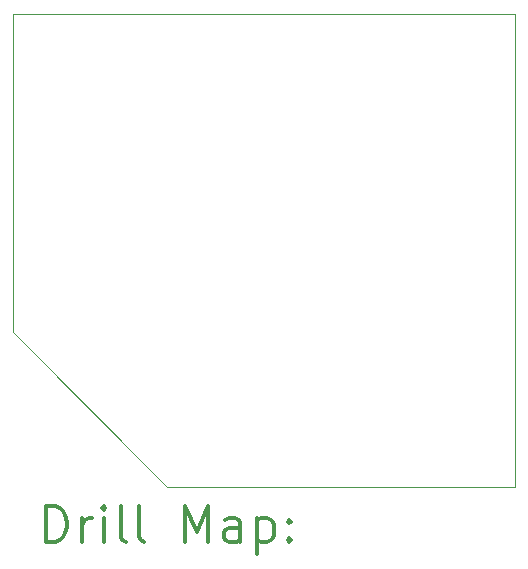
<source format=gbr>
%FSLAX45Y45*%
G04 Gerber Fmt 4.5, Leading zero omitted, Abs format (unit mm)*
G04 Created by KiCad (PCBNEW (5.1.6)-1) date 2024-01-16 15:06:33*
%MOMM*%
%LPD*%
G01*
G04 APERTURE LIST*
%TA.AperFunction,Profile*%
%ADD10C,0.050000*%
%TD*%
%ADD11C,0.200000*%
%ADD12C,0.300000*%
G04 APERTURE END LIST*
D10*
X14166850Y-10280650D02*
X12858750Y-8972550D01*
X17113250Y-6280150D02*
X17113250Y-10280650D01*
X17113250Y-6280150D02*
X12858750Y-6280150D01*
X14166850Y-10280650D02*
X17113250Y-10280650D01*
X12858750Y-6280150D02*
X12858750Y-8972550D01*
D11*
D12*
X13142678Y-10748864D02*
X13142678Y-10448864D01*
X13214107Y-10448864D01*
X13256964Y-10463150D01*
X13285536Y-10491722D01*
X13299821Y-10520293D01*
X13314107Y-10577436D01*
X13314107Y-10620293D01*
X13299821Y-10677436D01*
X13285536Y-10706007D01*
X13256964Y-10734579D01*
X13214107Y-10748864D01*
X13142678Y-10748864D01*
X13442678Y-10748864D02*
X13442678Y-10548864D01*
X13442678Y-10606007D02*
X13456964Y-10577436D01*
X13471250Y-10563150D01*
X13499821Y-10548864D01*
X13528393Y-10548864D01*
X13628393Y-10748864D02*
X13628393Y-10548864D01*
X13628393Y-10448864D02*
X13614107Y-10463150D01*
X13628393Y-10477436D01*
X13642678Y-10463150D01*
X13628393Y-10448864D01*
X13628393Y-10477436D01*
X13814107Y-10748864D02*
X13785536Y-10734579D01*
X13771250Y-10706007D01*
X13771250Y-10448864D01*
X13971250Y-10748864D02*
X13942678Y-10734579D01*
X13928393Y-10706007D01*
X13928393Y-10448864D01*
X14314107Y-10748864D02*
X14314107Y-10448864D01*
X14414107Y-10663150D01*
X14514107Y-10448864D01*
X14514107Y-10748864D01*
X14785536Y-10748864D02*
X14785536Y-10591722D01*
X14771250Y-10563150D01*
X14742678Y-10548864D01*
X14685536Y-10548864D01*
X14656964Y-10563150D01*
X14785536Y-10734579D02*
X14756964Y-10748864D01*
X14685536Y-10748864D01*
X14656964Y-10734579D01*
X14642678Y-10706007D01*
X14642678Y-10677436D01*
X14656964Y-10648864D01*
X14685536Y-10634579D01*
X14756964Y-10634579D01*
X14785536Y-10620293D01*
X14928393Y-10548864D02*
X14928393Y-10848864D01*
X14928393Y-10563150D02*
X14956964Y-10548864D01*
X15014107Y-10548864D01*
X15042678Y-10563150D01*
X15056964Y-10577436D01*
X15071250Y-10606007D01*
X15071250Y-10691722D01*
X15056964Y-10720293D01*
X15042678Y-10734579D01*
X15014107Y-10748864D01*
X14956964Y-10748864D01*
X14928393Y-10734579D01*
X15199821Y-10720293D02*
X15214107Y-10734579D01*
X15199821Y-10748864D01*
X15185536Y-10734579D01*
X15199821Y-10720293D01*
X15199821Y-10748864D01*
X15199821Y-10563150D02*
X15214107Y-10577436D01*
X15199821Y-10591722D01*
X15185536Y-10577436D01*
X15199821Y-10563150D01*
X15199821Y-10591722D01*
M02*

</source>
